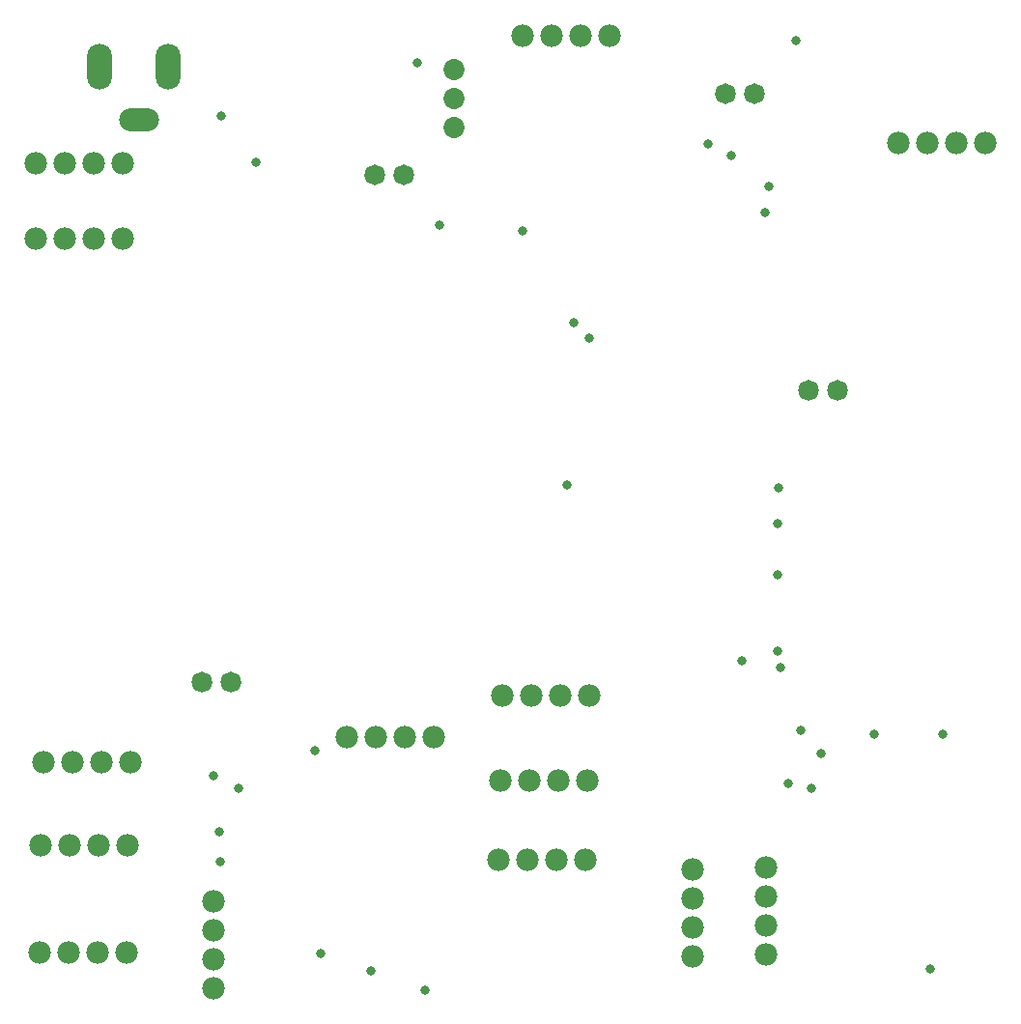
<source format=gbs>
G04*
G04 #@! TF.GenerationSoftware,Altium Limited,Altium Designer,21.1.1 (26)*
G04*
G04 Layer_Color=16711935*
%FSLAX25Y25*%
%MOIN*%
G70*
G04*
G04 #@! TF.SameCoordinates,FBF54A61-61D9-4F17-B791-177234694A3B*
G04*
G04*
G04 #@! TF.FilePolarity,Negative*
G04*
G01*
G75*
%ADD27C,0.00000*%
%ADD36O,0.13792X0.07887*%
%ADD37O,0.08674X0.15761*%
%ADD38C,0.07800*%
%ADD39C,0.07178*%
%ADD40C,0.07296*%
%ADD41C,0.03300*%
D27*
X72790Y116900D02*
G03*
X72790Y116900I-3390J0D01*
G01*
X82790D02*
G03*
X82790Y116900I-3390J0D01*
G01*
X282090Y217600D02*
G03*
X282090Y217600I-3390J0D01*
G01*
X292090D02*
G03*
X292090Y217600I-3390J0D01*
G01*
X132390Y292000D02*
G03*
X132390Y292000I-3390J0D01*
G01*
X142390D02*
G03*
X142390Y292000I-3390J0D01*
G01*
X253390Y320000D02*
G03*
X253390Y320000I-3390J0D01*
G01*
X263390D02*
G03*
X263390Y320000I-3390J0D01*
G01*
D36*
X47780Y311063D02*
D03*
D37*
X34000Y329370D02*
D03*
X57622D02*
D03*
D38*
X22000Y270000D02*
D03*
X12000D02*
D03*
X42000D02*
D03*
X32000D02*
D03*
X264100Y33100D02*
D03*
Y23100D02*
D03*
Y53100D02*
D03*
Y43100D02*
D03*
X238600Y32400D02*
D03*
Y22400D02*
D03*
Y52400D02*
D03*
Y42400D02*
D03*
X181800Y55600D02*
D03*
X171800D02*
D03*
X201800D02*
D03*
X191800D02*
D03*
X33500Y23600D02*
D03*
X43500D02*
D03*
X13500D02*
D03*
X23500D02*
D03*
X183200Y112500D02*
D03*
X173200D02*
D03*
X203200D02*
D03*
X193200D02*
D03*
X182300Y82900D02*
D03*
X172300D02*
D03*
X202300D02*
D03*
X192300D02*
D03*
X73500Y21328D02*
D03*
Y11328D02*
D03*
Y41328D02*
D03*
Y31328D02*
D03*
X23600Y60828D02*
D03*
X13600D02*
D03*
X43600D02*
D03*
X33600D02*
D03*
X319800Y302900D02*
D03*
X309800D02*
D03*
X339800D02*
D03*
X329800D02*
D03*
X190000Y340000D02*
D03*
X180000D02*
D03*
X210000D02*
D03*
X200000D02*
D03*
X32000Y296000D02*
D03*
X42000D02*
D03*
X12000D02*
D03*
X22000D02*
D03*
X129400Y98000D02*
D03*
X119400D02*
D03*
X149400D02*
D03*
X139400D02*
D03*
X34600Y89428D02*
D03*
X44600D02*
D03*
X14600D02*
D03*
X24600D02*
D03*
D39*
X69400Y116900D02*
D03*
X79400D02*
D03*
X278700Y217600D02*
D03*
X288700D02*
D03*
X129000Y292000D02*
D03*
X139000D02*
D03*
X250000Y320000D02*
D03*
X260000D02*
D03*
D40*
X156500Y328500D02*
D03*
Y318500D02*
D03*
Y308500D02*
D03*
D41*
X265100Y287900D02*
D03*
X244100Y302700D02*
D03*
X252100Y298800D02*
D03*
X301500Y98900D02*
D03*
X325009Y98909D02*
D03*
X82100Y80400D02*
D03*
X73453Y84547D02*
D03*
X180200Y272800D02*
D03*
X274300Y338400D02*
D03*
X320800Y17900D02*
D03*
X268400Y184000D02*
D03*
X197700Y240900D02*
D03*
X75300Y65300D02*
D03*
X75700Y54900D02*
D03*
X108300Y93300D02*
D03*
X195400Y185100D02*
D03*
X110500Y23400D02*
D03*
X127800Y17400D02*
D03*
X146300Y10600D02*
D03*
X263800Y279000D02*
D03*
X143600Y330700D02*
D03*
X151300Y274700D02*
D03*
X88100Y296200D02*
D03*
X76000Y312200D02*
D03*
X279700Y80200D02*
D03*
X283100Y92400D02*
D03*
X271700Y82000D02*
D03*
X275900Y100200D02*
D03*
X255800Y124400D02*
D03*
X268900Y122000D02*
D03*
X203000Y235800D02*
D03*
X268000Y127700D02*
D03*
X268100Y154000D02*
D03*
Y171600D02*
D03*
M02*

</source>
